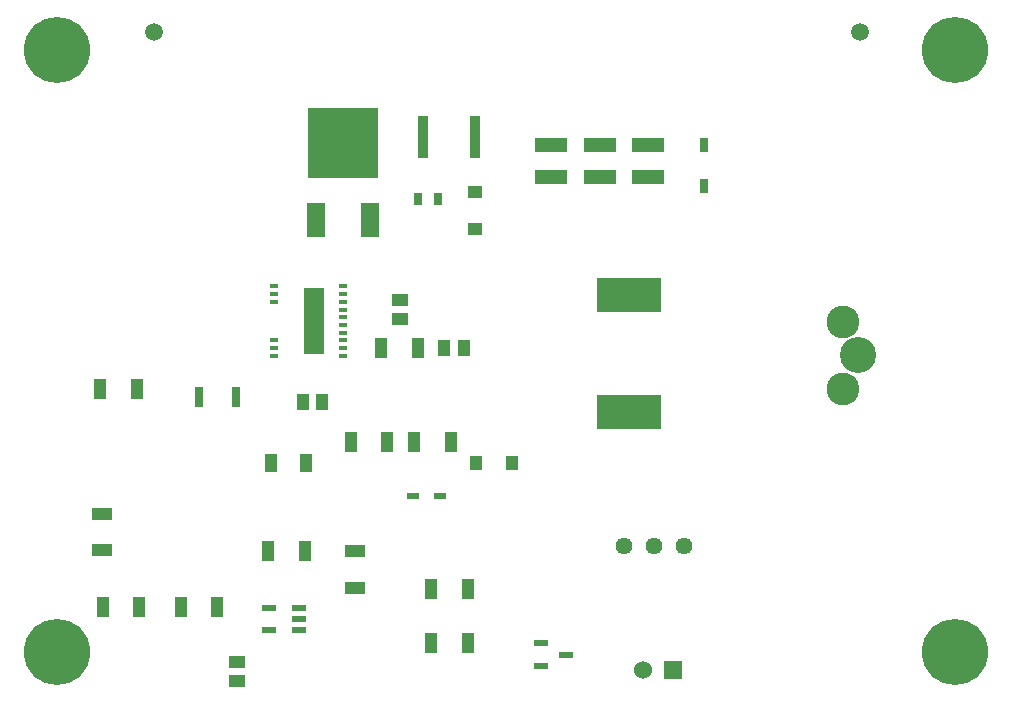
<source format=gbr>
%TF.GenerationSoftware,KiCad,Pcbnew,8.0.2*%
%TF.CreationDate,2024-07-09T10:43:52+02:00*%
%TF.ProjectId,Indicator_voltage,496e6469-6361-4746-9f72-5f766f6c7461,rev?*%
%TF.SameCoordinates,Original*%
%TF.FileFunction,Soldermask,Top*%
%TF.FilePolarity,Negative*%
%FSLAX46Y46*%
G04 Gerber Fmt 4.6, Leading zero omitted, Abs format (unit mm)*
G04 Created by KiCad (PCBNEW 8.0.2) date 2024-07-09 10:43:52*
%MOMM*%
%LPD*%
G01*
G04 APERTURE LIST*
%ADD10R,1.470000X1.070000*%
%ADD11C,5.600000*%
%ADD12R,1.070000X1.470000*%
%ADD13R,5.400000X2.900000*%
%ADD14R,0.720000X1.820000*%
%ADD15R,0.910000X3.520000*%
%ADD16C,3.050000*%
%ADD17C,2.775000*%
%ADD18R,1.800000X1.050000*%
%ADD19R,2.720000X1.260000*%
%ADD20R,1.050000X1.800000*%
%ADD21R,1.120000X1.220000*%
%ADD22R,1.530000X1.530000*%
%ADD23C,1.530000*%
%ADD24C,1.440000*%
%ADD25R,1.220000X1.120000*%
%ADD26R,0.800000X1.150000*%
%ADD27R,0.800000X1.000000*%
%ADD28R,1.300000X0.600000*%
%ADD29C,1.515000*%
%ADD30R,0.800000X0.450000*%
%ADD31R,1.780000X5.680000*%
%ADD32R,1.600000X3.000000*%
%ADD33R,6.000000X6.000000*%
%ADD34R,1.050000X1.600000*%
%ADD35R,1.150000X0.600000*%
%ADD36R,1.050000X0.550000*%
G04 APERTURE END LIST*
D10*
%TO.C,C10*%
X57200000Y-105420000D03*
X57200000Y-103780000D03*
%TD*%
D11*
%TO.C,*%
X118000000Y-103000000D03*
%TD*%
D12*
%TO.C,C3*%
X74780000Y-77200000D03*
X76420000Y-77200000D03*
%TD*%
D13*
%TO.C,L1*%
X90400000Y-82650000D03*
X90400000Y-72750000D03*
%TD*%
D14*
%TO.C,C2*%
X54050000Y-81400000D03*
X57150000Y-81400000D03*
%TD*%
D15*
%TO.C,C1*%
X73000000Y-59400000D03*
X77400000Y-59400000D03*
%TD*%
D16*
%TO.C,J1*%
X109840000Y-77850000D03*
D17*
X108500000Y-75000000D03*
X108500000Y-80700000D03*
%TD*%
D18*
%TO.C,R14*%
X45800000Y-94350000D03*
X45800000Y-91250000D03*
%TD*%
D19*
%TO.C,C7*%
X83800000Y-60070000D03*
X83800000Y-62730000D03*
%TD*%
D20*
%TO.C,R1*%
X76750000Y-97600000D03*
X73650000Y-97600000D03*
%TD*%
D21*
%TO.C,D2*%
X77450000Y-87000000D03*
X80550000Y-87000000D03*
%TD*%
D22*
%TO.C,J7*%
X94100000Y-104500000D03*
D23*
X91560000Y-104500000D03*
%TD*%
D20*
%TO.C,R2*%
X45650000Y-80700000D03*
X48750000Y-80700000D03*
%TD*%
D24*
%TO.C,U1*%
X95078500Y-93976000D03*
X92538500Y-93976000D03*
X89998500Y-93976000D03*
%TD*%
D25*
%TO.C,D3*%
X77400000Y-67150000D03*
X77400000Y-64050000D03*
%TD*%
D11*
%TO.C,*%
X42000000Y-52000000D03*
%TD*%
D26*
%TO.C,Z1*%
X96800000Y-63550000D03*
X96800000Y-60050000D03*
%TD*%
D20*
%TO.C,R12*%
X55550000Y-99200000D03*
X52450000Y-99200000D03*
%TD*%
D27*
%TO.C,R3*%
X72550000Y-64600000D03*
X74250000Y-64600000D03*
%TD*%
D20*
%TO.C,R8*%
X69450000Y-77200000D03*
X72550000Y-77200000D03*
%TD*%
D28*
%TO.C,Q1*%
X82950000Y-102250000D03*
X82950000Y-104150000D03*
X85050000Y-103200000D03*
%TD*%
D20*
%TO.C,R4*%
X62950000Y-94400000D03*
X59850000Y-94400000D03*
%TD*%
D11*
%TO.C,*%
X42000000Y-103000000D03*
%TD*%
D20*
%TO.C,R6*%
X48950000Y-99200000D03*
X45850000Y-99200000D03*
%TD*%
D19*
%TO.C,C9*%
X92000000Y-60070000D03*
X92000000Y-62730000D03*
%TD*%
D29*
%TO.C,F1*%
X110000000Y-50500000D03*
X50160000Y-50500000D03*
%TD*%
D12*
%TO.C,C5*%
X64420000Y-81800000D03*
X62780000Y-81800000D03*
%TD*%
D18*
%TO.C,R5*%
X67200000Y-97550000D03*
X67200000Y-94450000D03*
%TD*%
D20*
%TO.C,R10*%
X69950000Y-85200000D03*
X66850000Y-85200000D03*
%TD*%
D30*
%TO.C,IC1*%
X60375000Y-72025000D03*
X60375000Y-72675000D03*
X60375000Y-73325000D03*
X60375000Y-76575000D03*
X60375000Y-77225000D03*
X60375000Y-77875000D03*
X66175000Y-77875000D03*
X66175000Y-77225000D03*
X66175000Y-76575000D03*
X66175000Y-75925000D03*
X66175000Y-75275000D03*
X66175000Y-74625000D03*
X66175000Y-73975000D03*
X66175000Y-73325000D03*
X66175000Y-72675000D03*
X66175000Y-72025000D03*
D31*
X63745000Y-74950000D03*
%TD*%
D32*
%TO.C,Q2*%
X63900000Y-66400000D03*
D33*
X66200000Y-59900000D03*
D32*
X68500000Y-66400000D03*
%TD*%
D11*
%TO.C,*%
X118000000Y-52000000D03*
%TD*%
D20*
%TO.C,R7*%
X73650000Y-102200000D03*
X76750000Y-102200000D03*
%TD*%
D34*
%TO.C,C6*%
X63075000Y-87000000D03*
X60125000Y-87000000D03*
%TD*%
D10*
%TO.C,C4*%
X71000000Y-74820000D03*
X71000000Y-73180000D03*
%TD*%
D35*
%TO.C,CP1*%
X62500000Y-101150000D03*
X62500000Y-100200000D03*
X62500000Y-99250000D03*
X59900000Y-99250000D03*
X59900000Y-101150000D03*
%TD*%
D20*
%TO.C,R9*%
X72250000Y-85200000D03*
X75350000Y-85200000D03*
%TD*%
D19*
%TO.C,C8*%
X88000000Y-60070000D03*
X88000000Y-62730000D03*
%TD*%
D36*
%TO.C,D1*%
X72100000Y-89800000D03*
X74400000Y-89800000D03*
%TD*%
M02*

</source>
